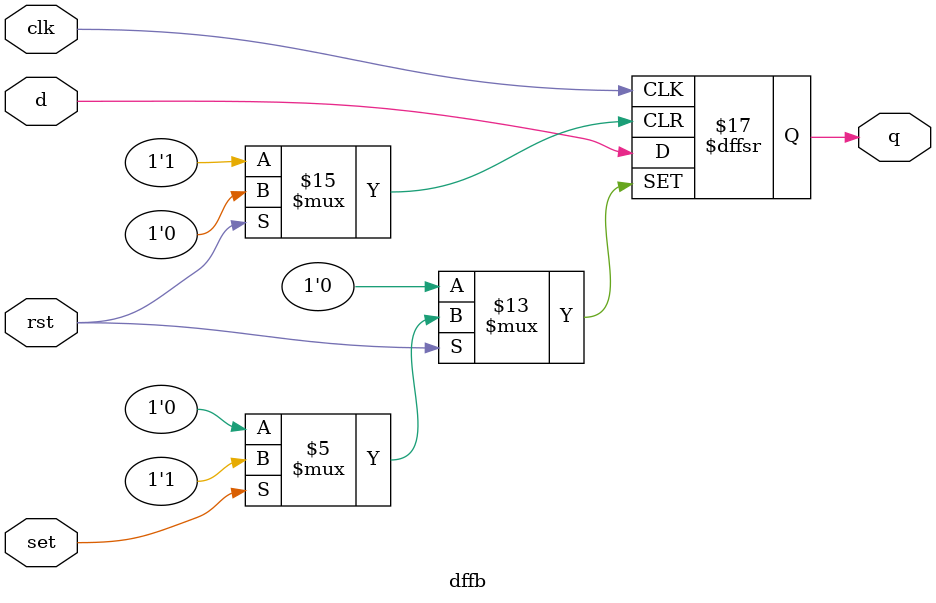
<source format=v>

module dffb(q,d,clk,rst,set);

	input d,clk,rst,set;
	output reg q;

	always@(posedge clk, negedge rst, posedge set)
		if(!rst)
			q <= 1'b0;
		else if(set)
			q <= 1'b1;
		else
			q <= d;

endmodule

</source>
